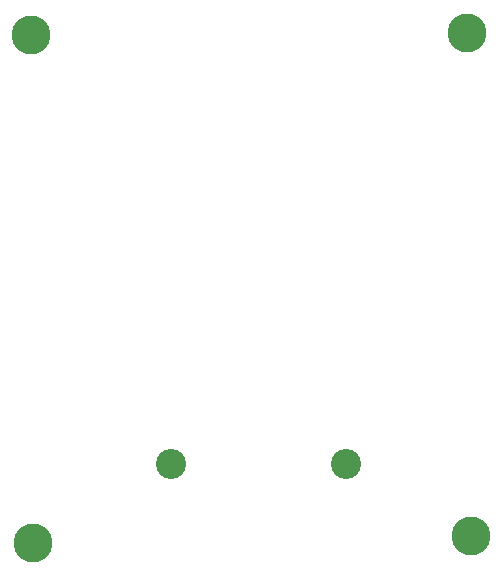
<source format=gbr>
%TF.GenerationSoftware,Altium Limited,Altium Designer,18.0.12 (696)*%
G04 Layer_Color=0*
%FSLAX26Y26*%
%MOIN*%
%TF.FileFunction,NonPlated,1,2,NPTH,Drill*%
%TF.Part,Single*%
G01*
G75*
%TA.AperFunction,ComponentDrill*%
%ADD29C,0.129920*%
%ADD30C,0.100390*%
D29*
X1202360Y1186220D02*
D03*
X2662680Y1208230D02*
D03*
X1197390Y2878000D02*
D03*
X2648680Y2884370D02*
D03*
D30*
X2247240Y1450000D02*
D03*
X1661420D02*
D03*
%TF.MD5,64fb5f2ddc0d50fe4adb01a495f63b98*%
M02*

</source>
